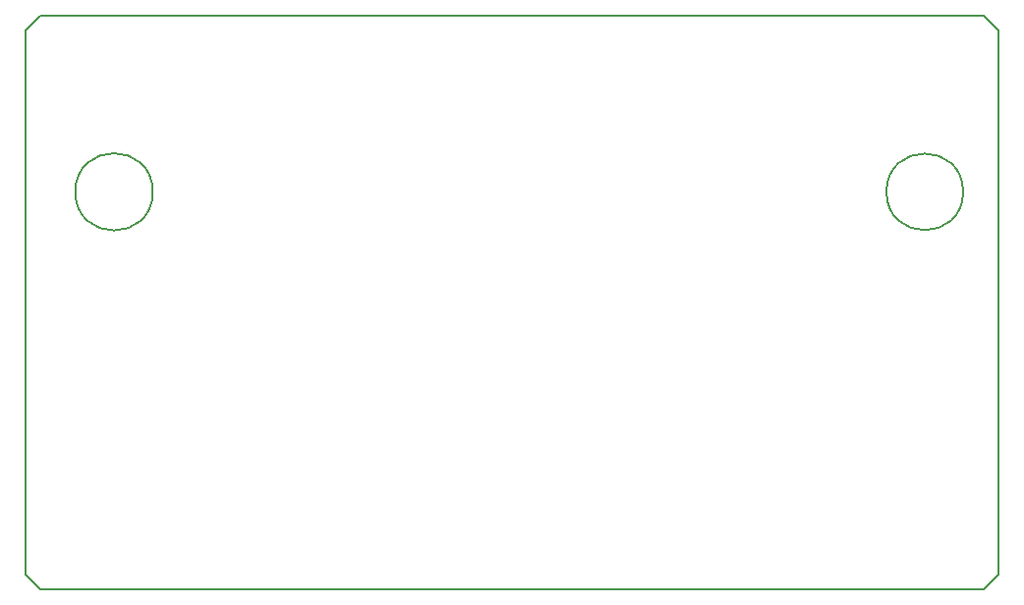
<source format=gbr>
G04 #@! TF.FileFunction,Profile,NP*
%FSLAX46Y46*%
G04 Gerber Fmt 4.6, Leading zero omitted, Abs format (unit mm)*
G04 Created by KiCad (PCBNEW (after 2015-may-25 BZR unknown)-product) date 17/09/2017 09:43:34*
%MOMM*%
G01*
G04 APERTURE LIST*
%ADD10C,0.100000*%
%ADD11C,0.150000*%
G04 APERTURE END LIST*
D10*
D11*
X167200000Y-118400000D02*
X248450000Y-118400000D01*
X165900000Y-119700000D02*
X167200000Y-118400000D01*
X248450000Y-167900000D02*
X249750000Y-166600000D01*
X167200000Y-167900000D02*
X165900000Y-166600000D01*
X246703407Y-133600000D02*
G75*
G03X246703407Y-133600000I-3303407J0D01*
G01*
X176885416Y-133600000D02*
G75*
G03X176885416Y-133600000I-3335416J0D01*
G01*
X167200000Y-167900000D02*
X248450000Y-167900000D01*
X165900000Y-119700000D02*
X165900000Y-166600000D01*
X249750000Y-119700000D02*
X249750000Y-166600000D01*
X249750000Y-119700000D02*
X248450000Y-118400000D01*
M02*

</source>
